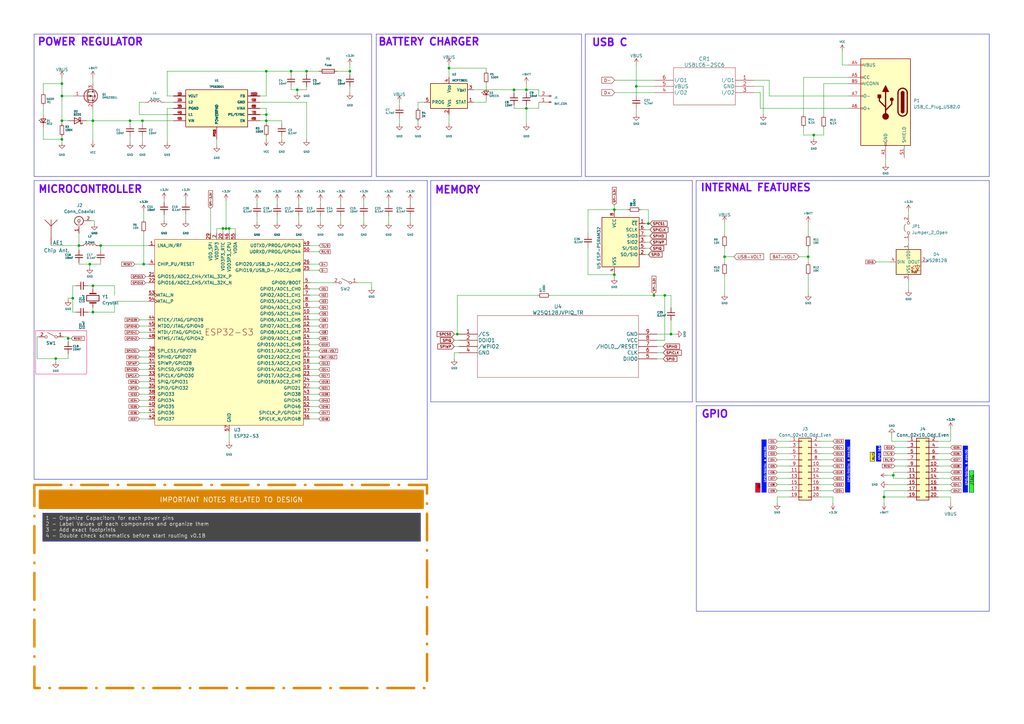
<source format=kicad_sch>
(kicad_sch (version 20230121) (generator eeschema)
  (paper "A3")
  (junction (at 38.1 49.53))
  (junction (at 333.756 55.372))
  (junction (at 121.92 36.83))
  (junction (at 331.47 105.283))
  (junction (at 58.928 108.331))
  (junction (at 109.22 49.53))
  (junction (at 53.34 49.53))
  (junction (at 27.94 138.811))
  (junction (at 25.4 34.29))
  (junction (at 22.86 147.066))
  (junction (at 215.9 44.45))
  (junction (at 143.51 29.21))
  (junction (at 251.968 112.649))
  (junction (at 119.38 29.21))
  (junction (at 251.968 85.979))
  (junction (at 25.4 49.53))
  (junction (at 36.83 108.331))
  (junction (at 25.4 39.37))
  (junction (at 366.395 194.945))
  (junction (at 125.73 29.21))
  (junction (at 272.669 121.158))
  (junction (at 109.22 29.21))
  (junction (at 210.82 36.83))
  (junction (at 362.585 203.835))
  (junction (at 93.98 93.726))
  (junction (at 38.1 117.221))
  (junction (at 29.845 122.301))
  (junction (at 184.15 27.94))
  (junction (at 92.71 93.726))
  (junction (at 265.938 91.694))
  (junction (at 25.4 57.15))
  (junction (at 91.44 93.726))
  (junction (at 297.18 105.283))
  (junction (at 41.275 100.711))
  (junction (at 38.1 128.016))
  (junction (at 260.985 35.433))
  (junction (at 187.579 137.033))
  (junction (at 268.224 121.158))
  (junction (at 109.22 46.99))
  (junction (at 275.209 137.033))
  (junction (at 215.9 36.83))
  (junction (at 32.385 100.711))
  (junction (at 58.42 49.53))
  (wire (pts (xy 252.095 37.973) (xy 268.605 37.973)))
  (wire (pts (xy 93.98 93.726) (xy 92.71 93.726)))
  (wire (pts (xy 251.968 85.979) (xy 251.968 86.614)))
  (wire (pts (xy 109.22 44.45) (xy 109.22 46.99)))
  (wire (pts (xy 17.78 57.15) (xy 25.4 57.15)))
  (wire (pts (xy 215.9 36.83) (xy 220.98 36.83)))
  (wire (pts (xy 337.82 34.29) (xy 347.98 34.29)))
  (wire (pts (xy 318.77 180.975) (xy 323.85 180.975)))
  (wire (pts (xy 260.985 26.543) (xy 260.985 35.433)))
  (wire (pts (xy 57.15 133.731) (xy 60.96 133.731)))
  (wire (pts (xy 127 159.131) (xy 130.81 159.131)))
  (wire (pts (xy 57.15 148.971) (xy 60.96 148.971)))
  (wire (pts (xy 17.78 52.07) (xy 17.78 57.15)))
  (wire (pts (xy 67.31 88.011) (xy 67.31 90.551)))
  (wire (pts (xy 67.31 81.661) (xy 67.31 82.931)))
  (wire (pts (xy 365.76 178.435) (xy 365.76 180.975)))
  (wire (pts (xy 127 148.971) (xy 130.81 148.971)))
  (wire (pts (xy 186.309 139.573) (xy 188.214 139.573)))
  (wire (pts (xy 127 118.491) (xy 130.81 118.491)))
  (wire (pts (xy 336.55 180.975) (xy 341.63 180.975)))
  (wire (pts (xy 109.22 55.88) (xy 109.22 57.15)))
  (wire (pts (xy 20.955 100.711) (xy 32.385 100.711)))
  (wire (pts (xy 17.78 43.18) (xy 17.78 46.99)))
  (wire (pts (xy 210.82 44.45) (xy 215.9 44.45)))
  (wire (pts (xy 58.42 55.88) (xy 58.42 58.42)))
  (wire (pts (xy 260.985 35.433) (xy 260.985 39.243)))
  (wire (pts (xy 125.73 35.56) (xy 125.73 36.83)))
  (wire (pts (xy 372.618 115.062) (xy 372.618 118.872)))
  (wire (pts (xy 92.71 82.296) (xy 92.71 93.726)))
  (wire (pts (xy 29.845 128.016) (xy 31.115 128.016)))
  (wire (pts (xy 268.224 120.523) (xy 268.224 121.158)))
  (wire (pts (xy 275.209 137.033) (xy 277.114 137.033)))
  (wire (pts (xy 15.24 147.066) (xy 22.86 147.066)))
  (wire (pts (xy 127 133.731) (xy 130.81 133.731)))
  (wire (pts (xy 309.245 35.433) (xy 313.055 35.433)))
  (wire (pts (xy 159.385 88.646) (xy 159.385 91.186)))
  (wire (pts (xy 32.385 108.331) (xy 36.83 108.331)))
  (wire (pts (xy 184.15 27.94) (xy 199.39 27.94)))
  (wire (pts (xy 58.42 49.53) (xy 71.12 49.53)))
  (wire (pts (xy 241.173 96.139) (xy 241.173 85.979)))
  (wire (pts (xy 125.73 57.15) (xy 125.73 41.91)))
  (wire (pts (xy 91.44 93.726) (xy 88.9 93.726)))
  (wire (pts (xy 372.618 98.552) (xy 372.618 99.822)))
  (wire (pts (xy 362.585 201.295) (xy 372.11 201.295)))
  (wire (pts (xy 106.68 46.99) (xy 109.22 46.99)))
  (wire (pts (xy 115.57 55.88) (xy 115.57 57.15)))
  (wire (pts (xy 210.82 36.83) (xy 215.9 36.83)))
  (wire (pts (xy 139.7 88.646) (xy 139.7 91.186)))
  (wire (pts (xy 186.309 142.113) (xy 188.214 142.113)))
  (wire (pts (xy 33.02 100.711) (xy 32.385 100.711)))
  (wire (pts (xy 41.275 100.711) (xy 41.275 102.616)))
  (wire (pts (xy 127 164.211) (xy 130.81 164.211)))
  (wire (pts (xy 363.855 194.945) (xy 366.395 194.945)))
  (wire (pts (xy 297.18 91.313) (xy 297.18 96.393)))
  (wire (pts (xy 272.669 121.158) (xy 272.669 139.573)))
  (wire (pts (xy 109.22 49.53) (xy 109.22 50.8)))
  (wire (pts (xy 199.39 40.64) (xy 199.39 41.91)))
  (wire (pts (xy 29.845 122.301) (xy 27.94 122.301)))
  (wire (pts (xy 17.78 38.1) (xy 17.78 34.29)))
  (wire (pts (xy 127 103.251) (xy 130.81 103.251)))
  (wire (pts (xy 131.445 82.296) (xy 131.445 83.566)))
  (wire (pts (xy 336.55 191.135) (xy 341.63 191.135)))
  (wire (pts (xy 113.665 88.646) (xy 113.665 91.186)))
  (wire (pts (xy 57.15 146.431) (xy 60.96 146.431)))
  (wire (pts (xy 37.465 90.551) (xy 38.735 90.551)))
  (wire (pts (xy 220.98 41.91) (xy 220.98 44.45)))
  (wire (pts (xy 168.275 88.646) (xy 168.275 91.186)))
  (wire (pts (xy 26.035 138.176) (xy 27.94 138.176)))
  (wire (pts (xy 125.73 29.21) (xy 125.73 30.48)))
  (wire (pts (xy 329.565 55.372) (xy 333.756 55.372)))
  (wire (pts (xy 115.57 50.8) (xy 115.57 49.53)))
  (wire (pts (xy 127 136.271) (xy 130.81 136.271)))
  (wire (pts (xy 186.309 137.033) (xy 187.579 137.033)))
  (wire (pts (xy 329.565 31.75) (xy 329.565 47.117)))
  (wire (pts (xy 36.195 117.221) (xy 38.1 117.221)))
  (wire (pts (xy 275.209 121.158) (xy 275.209 126.238)))
  (wire (pts (xy 186.309 144.653) (xy 186.309 147.193)))
  (wire (pts (xy 311.785 44.45) (xy 347.98 44.45)))
  (wire (pts (xy 58.42 49.53) (xy 58.42 50.8)))
  (wire (pts (xy 366.395 196.215) (xy 366.395 194.945)))
  (wire (pts (xy 389.89 175.895) (xy 389.89 180.975)))
  (wire (pts (xy 149.225 88.646) (xy 149.225 91.186)))
  (wire (pts (xy 127 108.331) (xy 130.81 108.331)))
  (wire (pts (xy 67.31 41.91) (xy 71.12 41.91)))
  (wire (pts (xy 127 146.431) (xy 130.81 146.431)))
  (wire (pts (xy 297.18 105.283) (xy 297.18 107.823)))
  (wire (pts (xy 318.77 201.295) (xy 323.85 201.295)))
  (wire (pts (xy 57.15 136.271) (xy 60.96 136.271)))
  (wire (pts (xy 367.03 188.595) (xy 372.11 188.595)))
  (wire (pts (xy 27.94 147.066) (xy 27.94 145.161)))
  (wire (pts (xy 264.668 91.694) (xy 265.938 91.694)))
  (wire (pts (xy 347.98 26.67) (xy 345.44 26.67)))
  (wire (pts (xy 106.68 44.45) (xy 109.22 44.45)))
  (wire (pts (xy 318.77 203.835) (xy 318.77 206.375)))
  (wire (pts (xy 187.579 137.033) (xy 188.214 137.033)))
  (wire (pts (xy 138.43 29.21) (xy 143.51 29.21)))
  (wire (pts (xy 275.209 131.318) (xy 275.209 137.033)))
  (wire (pts (xy 366.395 193.675) (xy 372.11 193.675)))
  (wire (pts (xy 363.22 64.77) (xy 363.22 67.31)))
  (wire (pts (xy 384.81 196.215) (xy 389.89 196.215)))
  (wire (pts (xy 57.15 166.751) (xy 60.96 166.751)))
  (wire (pts (xy 55.245 108.331) (xy 58.928 108.331)))
  (wire (pts (xy 336.55 196.215) (xy 341.63 196.215)))
  (wire (pts (xy 27.94 138.811) (xy 27.94 138.176)))
  (wire (pts (xy 345.44 20.955) (xy 345.44 26.67)))
  (wire (pts (xy 27.94 122.301) (xy 27.94 122.936)))
  (wire (pts (xy 105.41 82.296) (xy 105.41 83.566)))
  (wire (pts (xy 184.15 26.67) (xy 184.15 27.94)))
  (wire (pts (xy 318.77 183.515) (xy 323.85 183.515)))
  (wire (pts (xy 36.83 108.331) (xy 36.83 109.601)))
  (wire (pts (xy 366.395 196.215) (xy 372.11 196.215)))
  (wire (pts (xy 315.468 39.37) (xy 347.98 39.37)))
  (wire (pts (xy 57.15 171.831) (xy 60.96 171.831)))
  (wire (pts (xy 152.4 115.951) (xy 152.4 117.856)))
  (wire (pts (xy 58.928 86.614) (xy 58.928 90.297)))
  (wire (pts (xy 121.92 36.83) (xy 121.92 38.1)))
  (wire (pts (xy 38.1 49.53) (xy 53.34 49.53)))
  (wire (pts (xy 331.47 105.283) (xy 327.66 105.283)))
  (wire (pts (xy 384.81 191.135) (xy 389.89 191.135)))
  (wire (pts (xy 15.875 138.176) (xy 15.24 138.176)))
  (wire (pts (xy 251.968 85.979) (xy 257.683 85.979)))
  (wire (pts (xy 264.668 94.234) (xy 266.573 94.234)))
  (wire (pts (xy 184.15 27.94) (xy 184.15 31.75)))
  (wire (pts (xy 57.15 151.511) (xy 60.96 151.511)))
  (wire (pts (xy 22.86 147.066) (xy 27.94 147.066)))
  (wire (pts (xy 297.18 105.283) (xy 300.99 105.283)))
  (wire (pts (xy 163.83 48.26) (xy 163.83 50.8)))
  (wire (pts (xy 38.1 117.221) (xy 46.99 117.221)))
  (wire (pts (xy 127 143.891) (xy 130.81 143.891)))
  (wire (pts (xy 109.22 29.21) (xy 119.38 29.21)))
  (wire (pts (xy 365.76 180.975) (xy 372.11 180.975)))
  (wire (pts (xy 366.395 194.945) (xy 366.395 193.675)))
  (wire (pts (xy 173.99 41.91) (xy 171.45 41.91)))
  (wire (pts (xy 318.77 188.595) (xy 323.85 188.595)))
  (wire (pts (xy 265.938 91.694) (xy 265.938 85.979)))
  (wire (pts (xy 199.39 34.29) (xy 199.39 35.56)))
  (wire (pts (xy 38.1 49.53) (xy 38.1 57.785)))
  (wire (pts (xy 220.98 39.37) (xy 220.98 36.83)))
  (wire (pts (xy 38.1 128.016) (xy 38.1 126.111)))
  (wire (pts (xy 53.34 49.53) (xy 58.42 49.53)))
  (wire (pts (xy 215.9 44.45) (xy 215.9 50.8)))
  (wire (pts (xy 96.52 95.631) (xy 96.52 93.726)))
  (wire (pts (xy 159.385 82.296) (xy 159.385 83.566)))
  (wire (pts (xy 384.81 183.515) (xy 389.89 183.515)))
  (wire (pts (xy 297.18 112.903) (xy 297.18 120.523)))
  (wire (pts (xy 127 121.031) (xy 130.81 121.031)))
  (wire (pts (xy 106.68 41.91) (xy 125.73 41.91)))
  (wire (pts (xy 363.855 198.755) (xy 372.11 198.755)))
  (wire (pts (xy 269.494 139.573) (xy 272.669 139.573)))
  (wire (pts (xy 143.51 29.21) (xy 143.51 30.48)))
  (wire (pts (xy 127 166.751) (xy 130.81 166.751)))
  (wire (pts (xy 318.77 198.755) (xy 323.85 198.755)))
  (wire (pts (xy 59.69 113.411) (xy 60.96 113.411)))
  (wire (pts (xy 313.055 35.433) (xy 313.055 46.863)))
  (wire (pts (xy 252.095 32.893) (xy 268.605 32.893)))
  (wire (pts (xy 46.99 123.571) (xy 60.96 123.571)))
  (wire (pts (xy 331.47 105.283) (xy 331.47 107.823)))
  (wire (pts (xy 57.15 46.99) (xy 71.12 46.99)))
  (wire (pts (xy 57.15 154.051) (xy 60.96 154.051)))
  (wire (pts (xy 297.18 101.473) (xy 297.18 105.283)))
  (wire (pts (xy 336.55 203.835) (xy 341.63 203.835)))
  (wire (pts (xy 318.77 203.835) (xy 323.85 203.835)))
  (wire (pts (xy 336.55 186.055) (xy 341.63 186.055)))
  (wire (pts (xy 210.82 36.83) (xy 210.82 38.1)))
  (wire (pts (xy 199.39 27.94) (xy 199.39 29.21)))
  (wire (pts (xy 25.4 31.75) (xy 25.4 34.29)))
  (wire (pts (xy 329.565 52.197) (xy 329.565 55.372)))
  (wire (pts (xy 127 131.191) (xy 130.81 131.191)))
  (wire (pts (xy 127 161.671) (xy 130.81 161.671)))
  (wire (pts (xy 131.445 88.646) (xy 131.445 91.186)))
  (wire (pts (xy 57.15 164.211) (xy 60.96 164.211)))
  (wire (pts (xy 57.15 131.191) (xy 60.96 131.191)))
  (wire (pts (xy 91.44 93.726) (xy 91.44 95.631)))
  (wire (pts (xy 15.24 138.176) (xy 15.24 147.066)))
  (wire (pts (xy 127 151.511) (xy 130.81 151.511)))
  (wire (pts (xy 143.51 26.67) (xy 143.51 29.21)))
  (wire (pts (xy 119.38 29.21) (xy 119.38 30.48)))
  (wire (pts (xy 53.34 55.88) (xy 53.34 58.42)))
  (wire (pts (xy 92.71 93.726) (xy 91.44 93.726)))
  (wire (pts (xy 127 138.811) (xy 130.81 138.811)))
  (wire (pts (xy 71.12 39.37) (xy 68.58 39.37)))
  (wire (pts (xy 362.585 203.835) (xy 372.11 203.835)))
  (wire (pts (xy 38.1 44.45) (xy 38.1 49.53)))
  (wire (pts (xy 210.82 43.18) (xy 210.82 44.45)))
  (wire (pts (xy 57.15 46.99) (xy 57.15 41.91)))
  (wire (pts (xy 58.928 95.377) (xy 58.928 108.331)))
  (wire (pts (xy 199.39 41.91) (xy 194.31 41.91)))
  (wire (pts (xy 57.15 159.131) (xy 60.96 159.131)))
  (wire (pts (xy 109.22 49.53) (xy 115.57 49.53)))
  (wire (pts (xy 22.86 148.336) (xy 22.86 147.066)))
  (wire (pts (xy 269.494 137.033) (xy 275.209 137.033)))
  (wire (pts (xy 25.4 34.29) (xy 25.4 39.37)))
  (wire (pts (xy 88.9 57.15) (xy 88.9 59.69)))
  (wire (pts (xy 57.15 41.91) (xy 59.69 41.91)))
  (wire (pts (xy 331.47 112.903) (xy 331.47 120.523)))
  (wire (pts (xy 367.03 191.135) (xy 372.11 191.135)))
  (wire (pts (xy 241.173 85.979) (xy 251.968 85.979)))
  (wire (pts (xy 38.1 118.491) (xy 38.1 117.221)))
  (wire (pts (xy 122.555 88.646) (xy 122.555 91.186)))
  (wire (pts (xy 96.52 93.726) (xy 93.98 93.726)))
  (wire (pts (xy 333.756 55.372) (xy 337.82 55.372)))
  (wire (pts (xy 384.81 198.755) (xy 389.89 198.755)))
  (wire (pts (xy 262.763 85.979) (xy 265.938 85.979)))
  (wire (pts (xy 46.99 117.221) (xy 46.99 121.031)))
  (wire (pts (xy 215.9 44.45) (xy 220.98 44.45)))
  (wire (pts (xy 68.58 44.45) (xy 71.12 44.45)))
  (wire (pts (xy 171.45 49.53) (xy 171.45 50.8)))
  (wire (pts (xy 127 154.051) (xy 130.81 154.051)))
  (wire (pts (xy 127 100.711) (xy 130.81 100.711)))
  (wire (pts (xy 269.494 144.653) (xy 272.034 144.653)))
  (wire (pts (xy 46.99 123.571) (xy 46.99 128.016)))
  (wire (pts (xy 265.938 91.694) (xy 266.573 91.694)))
  (wire (pts (xy 311.785 37.973) (xy 309.245 37.973)))
  (wire (pts (xy 106.68 39.37) (xy 109.22 39.37)))
  (wire (pts (xy 25.4 39.37) (xy 30.48 39.37)))
  (wire (pts (xy 57.15 143.891) (xy 60.96 143.891)))
  (wire (pts (xy 109.22 46.99) (xy 109.22 49.53)))
  (wire (pts (xy 25.4 55.88) (xy 25.4 57.15)))
  (wire (pts (xy 163.83 41.91) (xy 163.83 43.18)))
  (wire (pts (xy 88.9 93.726) (xy 88.9 95.631)))
  (wire (pts (xy 119.38 29.21) (xy 125.73 29.21)))
  (wire (pts (xy 32.385 107.696) (xy 32.385 108.331)))
  (wire (pts (xy 260.985 44.323) (xy 260.985 46.863)))
  (wire (pts (xy 127 110.871) (xy 130.81 110.871)))
  (wire (pts (xy 389.89 203.835) (xy 389.89 206.375)))
  (wire (pts (xy 25.4 49.53) (xy 25.4 50.8)))
  (wire (pts (xy 171.45 41.91) (xy 171.45 44.45)))
  (wire (pts (xy 241.173 101.219) (xy 241.173 112.649)))
  (wire (pts (xy 318.77 186.055) (xy 323.85 186.055)))
  (wire (pts (xy 384.81 193.675) (xy 389.89 193.675)))
  (wire (pts (xy 315.468 39.37) (xy 315.468 32.893)))
  (wire (pts (xy 125.73 29.21) (xy 130.81 29.21)))
  (wire (pts (xy 35.56 49.53) (xy 38.1 49.53)))
  (wire (pts (xy 127 171.831) (xy 130.81 171.831)))
  (wire (pts (xy 372.618 86.614) (xy 372.618 88.392)))
  (wire (pts (xy 362.585 201.295) (xy 362.585 203.835)))
  (wire (pts (xy 337.82 55.372) (xy 337.82 52.451)))
  (wire (pts (xy 29.845 117.221) (xy 29.845 122.301)))
  (wire (pts (xy 127 126.111) (xy 130.81 126.111)))
  (wire (pts (xy 143.51 35.56) (xy 143.51 38.1)))
  (wire (pts (xy 29.845 122.301) (xy 29.845 128.016)))
  (wire (pts (xy 40.64 100.711) (xy 41.275 100.711)))
  (wire (pts (xy 336.55 193.675) (xy 341.63 193.675)))
  (wire (pts (xy 362.585 203.835) (xy 362.585 206.375)))
  (wire (pts (xy 268.605 35.433) (xy 260.985 35.433)))
  (wire (pts (xy 333.756 55.372) (xy 333.756 56.896)))
  (wire (pts (xy 264.668 99.314) (xy 266.573 99.314)))
  (wire (pts (xy 121.92 36.83) (xy 125.73 36.83)))
  (wire (pts (xy 384.81 180.975) (xy 389.89 180.975)))
  (wire (pts (xy 109.22 29.21) (xy 68.58 29.21)))
  (wire (pts (xy 264.668 96.774) (xy 266.573 96.774)))
  (wire (pts (xy 57.15 138.811) (xy 60.96 138.811)))
  (wire (pts (xy 76.2 88.011) (xy 76.2 90.551)))
  (wire (pts (xy 68.58 44.45) (xy 68.58 58.42)))
  (wire (pts (xy 127 141.351) (xy 130.81 141.351)))
  (wire (pts (xy 93.98 176.911) (xy 93.98 181.356)))
  (wire (pts (xy 184.15 46.99) (xy 184.15 50.8)))
  (wire (pts (xy 194.31 36.83) (xy 210.82 36.83)))
  (wire (pts (xy 32.385 100.711) (xy 32.385 102.616)))
  (wire (pts (xy 127 123.571) (xy 130.81 123.571)))
  (wire (pts (xy 36.83 108.331) (xy 41.275 108.331)))
  (wire (pts (xy 268.224 121.158) (xy 272.669 121.158)))
  (wire (pts (xy 318.77 191.135) (xy 323.85 191.135)))
  (wire (pts (xy 109.22 39.37) (xy 109.22 29.21)))
  (wire (pts (xy 186.309 144.653) (xy 188.214 144.653)))
  (wire (pts (xy 127 128.651) (xy 130.81 128.651)))
  (wire (pts (xy 76.2 81.661) (xy 76.2 82.931)))
  (wire (pts (xy 38.1 31.75) (xy 38.1 34.29)))
  (wire (pts (xy 318.77 196.215) (xy 323.85 196.215)))
  (wire (pts (xy 57.15 156.591) (xy 60.96 156.591)))
  (wire (pts (xy 225.679 121.158) (xy 268.224 121.158)))
  (wire (pts (xy 272.669 121.158) (xy 275.209 121.158)))
  (wire (pts (xy 269.494 142.113) (xy 272.034 142.113)))
  (wire (pts (xy 384.81 186.055) (xy 389.89 186.055)))
  (wire (pts (xy 57.15 169.291) (xy 60.96 169.291)))
  (wire (pts (xy 331.47 91.313) (xy 331.47 96.393)))
  (wire (pts (xy 58.928 108.331) (xy 60.96 108.331)))
  (wire (pts (xy 27.94 138.811) (xy 27.94 140.081)))
  (wire (pts (xy 27.94 138.811) (xy 29.21 138.811)))
  (wire (pts (xy 318.77 193.675) (xy 323.85 193.675)))
  (wire (pts (xy 113.665 82.296) (xy 113.665 83.566)))
  (wire (pts (xy 53.34 49.53) (xy 53.34 50.8)))
  (wire (pts (xy 384.81 201.295) (xy 389.89 201.295)))
  (wire (pts (xy 149.225 82.296) (xy 149.225 83.566)))
  (wire (pts (xy 187.579 121.158) (xy 220.599 121.158)))
  (wire (pts (xy 336.55 201.295) (xy 341.63 201.295)))
  (wire (pts (xy 251.968 112.014) (xy 251.968 112.649)))
  (wire (pts (xy 215.9 43.18) (xy 215.9 44.45)))
  (wire (pts (xy 127 169.291) (xy 130.81 169.291)))
  (wire (pts (xy 329.565 31.75) (xy 347.98 31.75)))
  (wire (pts (xy 127 156.591) (xy 130.81 156.591)))
  (wire (pts (xy 187.579 137.033) (xy 187.579 121.158)))
  (wire (pts (xy 31.115 117.221) (xy 29.845 117.221)))
  (wire (pts (xy 331.47 101.473) (xy 331.47 105.283)))
  (wire (pts (xy 25.4 57.15) (xy 25.4 58.42)))
  (wire (pts (xy 367.03 186.055) (xy 372.11 186.055)))
  (wire (pts (xy 336.55 183.515) (xy 341.63 183.515)))
  (wire (pts (xy 38.735 90.551) (xy 38.735 91.821)))
  (wire (pts (xy 86.36 85.471) (xy 86.36 95.631)))
  (wire (pts (xy 311.785 44.45) (xy 311.785 37.973)))
  (wire (pts (xy 119.38 36.83) (xy 121.92 36.83)))
  (wire (pts (xy 336.55 188.595) (xy 341.63 188.595)))
  (wire (pts (xy 336.55 198.755) (xy 341.63 198.755)))
  (wire (pts (xy 139.7 82.296) (xy 139.7 83.566)))
  (wire (pts (xy 122.555 82.296) (xy 122.555 83.566)))
  (wire (pts (xy 93.98 93.726) (xy 93.98 95.631)))
  (wire (pts (xy 41.275 100.711) (xy 60.96 100.711)))
  (wire (pts (xy 168.275 82.296) (xy 168.275 83.566)))
  (wire (pts (xy 315.468 32.893) (xy 309.245 32.893)))
  (wire (pts (xy 384.81 188.595) (xy 389.89 188.595)))
  (wire (pts (xy 41.275 108.331) (xy 41.275 107.696)))
  (wire (pts (xy 127 115.951) (xy 136.525 115.951)))
  (wire (pts (xy 264.668 101.854) (xy 266.573 101.854)))
  (wire (pts (xy 215.9 34.29) (xy 215.9 36.83)))
  (wire (pts (xy 25.4 49.53) (xy 27.94 49.53)))
  (wire (pts (xy 17.78 34.29) (xy 25.4 34.29)))
  (wire (pts (xy 341.63 203.835) (xy 341.63 206.375)))
  (wire (pts (xy 106.68 49.53) (xy 109.22 49.53)))
  (wire (pts (xy 251.968 84.074) (xy 251.968 85.979)))
  (wire (pts (xy 146.685 115.951) (xy 152.4 115.951)))
  (wire (pts (xy 59.69 115.951) (xy 60.96 115.951)))
  (wire (pts (xy 384.81 203.835) (xy 389.89 203.835)))
  (wire (pts (xy 57.15 161.671) (xy 60.96 161.671)))
  (wire (pts (xy 105.41 88.646) (xy 105.41 91.186)))
  (wire (pts (xy 264.668 104.394) (xy 266.573 104.394)))
  (wire (pts (xy 337.82 34.29) (xy 337.82 47.371)))
  (wire (pts (xy 46.99 128.016) (xy 38.1 128.016)))
  (wire (pts (xy 251.968 112.649) (xy 251.968 113.919)))
  (wire (pts (xy 119.38 35.56) (xy 119.38 36.83)))
  (wire (pts (xy 359.283 107.442) (xy 364.998 107.442)))
  (wire (pts (xy 215.9 36.83) (xy 215.9 38.1)))
  (wire (pts (xy 25.4 39.37) (xy 25.4 49.53)))
  (wire (pts (xy 32.385 95.631) (xy 32.385 100.711)))
  (wire (pts (xy 36.195 128.016) (xy 38.1 128.016)))
  (wire (pts (xy 20.955 100.33) (xy 20.955 100.711)))
  (wire (pts (xy 241.173 112.649) (xy 251.968 112.649)))
  (wire (pts (xy 269.494 147.193) (xy 272.034 147.193)))
  (wire (pts (xy 367.03 183.515) (xy 372.11 183.515)))
  (wire (pts (xy 68.58 29.21) (xy 68.58 39.37)))
  (rectangle (start 397.51 193.04) (end 399.415 201.93) (fill (type color) (color 50 255 16 1)))
  (rectangle (start 285.623 166.37) (end 405.765 250.698))
  (rectangle (start 14.605 135.636) (end 35.56 153.416) (stroke (width 0) (color 255 0 109 1)))
  (rectangle (start 359.41 182.88) (end 361.315 189.23) (fill (type color) (color 0 19 255 1)))
  (rectangle (start 176.657 74.041) (end 283.972 164.846))
  (rectangle (start 13.97 74.041) (end 175.26 196.596))
  (rectangle (start 309.88 198.12) (end 311.785 201.93) (fill (type color) (color 255 0 11 1)))
  (rectangle (start 356.87 185.42) (end 358.775 189.23) (fill (type color) (color 255 248 0 1)))
  (rectangle (start 13.97 13.97) (end 152.4 72.39))
  (rectangle (start 285.496 74.041) (end 405.765 164.846))
  (rectangle (start 312.42 180.34) (end 314.325 201.93) (fill (type color) (color 0 19 255 1)))
  (rectangle (start 394.97 182.88) (end 396.875 201.93) (fill (type color) (color 0 19 255 1)))
  (rectangle (start 346.71 180.34) (end 348.615 201.93) (fill (type color) (color 0 19 255 1)))
  (rectangle (start 154.305 13.97) (end 238.506 72.39))
  (rectangle (start 16.383 201.295) (end 173.355 208.28) (stroke (width 1) (color 221 133 0 1)) (fill (type color) (color 221 133 0 1)))
  (rectangle (start 14.097 198.882) (end 175.133 282.194) (stroke (width 1) (type dash_dot) (color 221 133 0 1)))
  (rectangle (start 35.56 148.336) (end 35.56 148.336))
  (rectangle (start 240.03 13.97) (end 405.765 72.39))
  (text_box "1 - Organize Capacitors for each power pins\n2 - Label Values of each components and organize them\n3 - Add exact footprints\n4 - Double check schematics before start routing v0.1B" (at 17.526 210.439 0) (size 154.94 11.557) (fill (type color) (color 72 72 72 1)) (effects (font (size 1.5 1.5)) (justify left top)))
  (text "RX/TX" (at 358.648 188.976 90) (effects (font (size 0.7 0.7)) (justify left bottom)))
  (text "GPIO/DIGITAL & ANALOG\n" (at 348.615 198.12 90) (effects (font (size 0.8 0.8)) (justify left bottom)))
  (text "GPIO" (at 287.528 171.704 0) (effects (font (size 3 3) bold) (justify left bottom)))
  (text "GPIO/DIGITAL & ANALOG\n" (at 314.325 198.12 90) (effects (font (size 0.8 0.8)) (justify left bottom)))
  (text "USB C" (at 242.57 19.304 0) (effects (font (size 3 3) bold) (justify left bottom)))
  (text "POWER REGULATOR" (at 15.24 19.05 0) (effects (font (size 3 3) bold) (justify left bottom)))
  (text "INTERNAL FEATURES" (at 287.147 78.867 0) (effects (font (size 3 3) bold) (justify left bottom)))
  (text "MEMORY\n" (at 178.181 79.756 0) (effects (font (size 3 3) bold) (justify left bottom)))
  (text "GPIO D&A\n" (at 361.188 188.976 90) (effects (font (size 0.8 0.8)) (justify left bottom)))
  (text "IMPORTANT NOTES RELATED TO DESIGN" (at 65.405 206.375 0) (effects (font (size 2 2) (thickness 0.254) bold) (justify left bottom)))
  (text "BATTERY CHARGER" (at 154.94 19.05 0) (effects (font (size 3 3) bold) (justify left bottom)))
  (text "GPIO/DIGITAL & ANALOG\n" (at 396.875 199.39 90) (effects (font (size 0.8 0.8)) (justify left bottom)))
  (text "JTAG" (at 399.415 199.39 90) (effects (font (size 1.27 1.27)) (justify left bottom)))
  (text "MICROCONTROLLER\n" (at 15.494 79.502 0) (effects (font (size 3 3) bold) (justify left bottom)))
  (text "I2C\n" (at 311.785 200.66 90) (effects (font (size 0.8 0.8)) (justify left bottom)))
  (global_label "IO15" (shape input) (at 341.63 186.055 0) (effects (font (size 0.8 0.8))) (property "Intersheetrefs" "${INTERSHEET_REFS}" (effects hide)))
  (global_label "IO6" (shape input) (at 318.77 193.675 180) (effects (font (size 0.8 0.8))) (property "Intersheetrefs" "${INTERSHEET_REFS}" (effects hide)))
  (global_label "SPICLK" (shape input) (at 266.573 94.234 0) (effects (font (size 1 1) bold)) (property "Intersheetrefs" "${INTERSHEET_REFS}" (effects hide)))
  (global_label "IO35" (shape input) (at 57.15 166.751 180) (effects (font (size 0.8 0.8))) (property "Intersheetrefs" "${INTERSHEET_REFS}" (effects hide)))
  (global_label "IO18" (shape input) (at 130.81 156.591 0) (effects (font (size 0.8 0.8))) (property "Intersheetrefs" "${INTERSHEET_REFS}" (effects hide)))
  (global_label "IO13" (shape input) (at 341.63 180.975 0) (effects (font (size 0.8 0.8))) (property "Intersheetrefs" "${INTERSHEET_REFS}" (effects hide)))
  (global_label "SPIQ" (shape input) (at 266.573 101.854 0) (effects (font (size 1 1) bold)) (property "Intersheetrefs" "${INTERSHEET_REFS}" (effects hide)))
  (global_label "TX{slash}0" (shape input) (at 130.81 100.711 0) (effects (font (size 0.8 0.8))) (property "Intersheetrefs" "${INTERSHEET_REFS}" (effects hide)))
  (global_label "SPICS0" (shape input) (at 57.15 151.511 180) (effects (font (size 0.8 0.8))) (property "Intersheetrefs" "${INTERSHEET_REFS}" (effects hide)))
  (global_label "IO16" (shape input) (at 341.63 188.595 0) (effects (font (size 0.8 0.8))) (property "Intersheetrefs" "${INTERSHEET_REFS}" (effects hide)))
  (global_label "IO14" (shape input) (at 341.63 183.515 0) (effects (font (size 0.8 0.8))) (property "Intersheetrefs" "${INTERSHEET_REFS}" (effects hide)))
  (global_label "SPID" (shape input) (at 57.15 159.131 180) (effects (font (size 0.8 0.8))) (property "Intersheetrefs" "${INTERSHEET_REFS}" (effects hide)))
  (global_label "IO7" (shape input) (at 318.77 196.215 180) (effects (font (size 0.8 0.8))) (property "Intersheetrefs" "${INTERSHEET_REFS}" (effects hide)))
  (global_label "SPIWP" (shape input) (at 57.15 148.971 180) (effects (font (size 0.8 0.8))) (property "Intersheetrefs" "${INTERSHEET_REFS}" (effects hide)))
  (global_label "USB-VOLT" (shape input) (at 130.81 143.891 0) (effects (font (size 0.8 0.8))) (property "Intersheetrefs" "${INTERSHEET_REFS}" (effects hide)))
  (global_label "SPI-3.3V" (shape input) (at 251.968 84.074 90) (effects (font (size 0.8 0.8) bold)) (property "Intersheetrefs" "${INTERSHEET_REFS}" (effects hide)))
  (global_label "IO6" (shape input) (at 130.81 131.191 0) (effects (font (size 0.8 0.8))) (property "Intersheetrefs" "${INTERSHEET_REFS}" (effects hide)))
  (global_label "IO38" (shape input) (at 130.81 161.671 0) (effects (font (size 0.8 0.8))) (property "Intersheetrefs" "${INTERSHEET_REFS}" (effects hide)))
  (global_label "IO2" (shape input) (at 130.81 121.031 0) (effects (font (size 0.8 0.8))) (property "Intersheetrefs" "${INTERSHEET_REFS}" (effects hide)))
  (global_label "SPID" (shape input) (at 265.938 104.394 0) (effects (font (size 1 1) bold)) (property "Intersheetrefs" "${INTERSHEET_REFS}" (effects hide)))
  (global_label "D+" (shape input) (at 130.81 108.331 0) (effects (font (size 0.8 0.8))) (property "Intersheetrefs" "${INTERSHEET_REFS}" (effects hide)))
  (global_label "SPIHD" (shape input) (at 272.034 142.113 0) (effects (font (size 1 1) bold)) (property "Intersheetrefs" "${INTERSHEET_REFS}" (effects hide)))
  (global_label "IO17" (shape input) (at 341.63 191.135 0) (effects (font (size 0.8 0.8))) (property "Intersheetrefs" "${INTERSHEET_REFS}" (effects hide)))
  (global_label "IO34" (shape input) (at 57.15 164.211 180) (effects (font (size 0.8 0.8))) (property "Intersheetrefs" "${INTERSHEET_REFS}" (effects hide)))
  (global_label "IO3" (shape input) (at 318.77 186.055 180) (effects (font (size 0.8 0.8))) (property "Intersheetrefs" "${INTERSHEET_REFS}" (effects hide)))
  (global_label "IO42" (shape input) (at 389.89 201.295 0) (effects (font (size 0.8 0.8))) (property "Intersheetrefs" "${INTERSHEET_REFS}" (effects hide)))
  (global_label "IO21" (shape input) (at 341.63 196.215 0) (effects (font (size 0.8 0.8))) (property "Intersheetrefs" "${INTERSHEET_REFS}" (effects hide)))
  (global_label "IO13" (shape input) (at 130.81 148.971 0) (effects (font (size 0.8 0.8))) (property "Intersheetrefs" "${INTERSHEET_REFS}" (effects hide)))
  (global_label "D-" (shape input) (at 252.095 32.893 180) (property "Intersheetrefs" "${INTERSHEET_REFS}" (effects hide)))
  (global_label "RX{slash}0" (shape input) (at 130.81 103.251 0) (effects (font (size 0.8 0.8))) (property "Intersheetrefs" "${INTERSHEET_REFS}" (effects hide)))
  (global_label "IO1" (shape input) (at 130.81 118.491 0) (effects (font (size 0.8 0.8))) (property "Intersheetrefs" "${INTERSHEET_REFS}" (effects hide)))
  (global_label "IO3" (shape input) (at 130.81 123.571 0) (effects (font (size 0.8 0.8))) (property "Intersheetrefs" "${INTERSHEET_REFS}" (effects hide)))
  (global_label "SPICS1" (shape input) (at 57.15 143.891 180) (effects (font (size 0.8 0.8))) (property "Intersheetrefs" "${INTERSHEET_REFS}" (effects hide)))
  (global_label "IO5" (shape input) (at 130.81 128.651 0) (effects (font (size 0.8 0.8))) (property "Intersheetrefs" "${INTERSHEET_REFS}" (effects hide)))
  (global_label "SPI-3.3V" (shape input) (at 268.224 120.523 90) (effects (font (size 0.8 0.8) bold)) (property "Intersheetrefs" "${INTERSHEET_REFS}" (effects hide)))
  (global_label "IO21" (shape input) (at 130.81 159.131 0) (effects (font (size 0.8 0.8))) (property "Intersheetrefs" "${INTERSHEET_REFS}" (effects hide)))
  (global_label "SPI-3.3V" (shape input) (at 86.36 85.471 90) (effects (font (size 0.8 0.8) bold)) (property "Intersheetrefs" "${INTERSHEET_REFS}" (effects hide)))
  (global_label "IO9" (shape input) (at 318.77 201.295 180) (effects (font (size 0.8 0.8))) (property "Intersheetrefs" "${INTERSHEET_REFS}" (effects hide)))
  (global_label "IO41" (shape input) (at 389.89 198.755 0) (effects (font (size 0.8 0.8))) (property "Intersheetrefs" "${INTERSHEET_REFS}" (effects hide)))
  (global_label "GPIO16" (shape input) (at 59.69 115.951 180) (effects (font (size 0.8 0.8))) (property "Intersheetrefs" "${INTERSHEET_REFS}" (effects hide)))
  (global_label "IO4" (shape input) (at 318.77 188.595 180) (effects (font (size 0.8 0.8))) (property "Intersheetrefs" "${INTERSHEET_REFS}" (effects hide)))
  (global_label "IO36" (shape input) (at 389.89 186.055 0) (effects (font (size 0.8 0.8))) (property "Intersheetrefs" "${INTERSHEET_REFS}" (effects hide)))
  (global_label "IO2" (shape input) (at 318.77 183.515 180) (effects (font (size 0.8 0.8))) (property "Intersheetrefs" "${INTERSHEET_REFS}" (effects hide)))
  (global_label "SPIQ" (shape input) (at 186.309 139.573 180) (effects (font (size 1 1) bold)) (property "Intersheetrefs" "${INTERSHEET_REFS}" (effects hide)))
  (global_label "SPCS0" (shape input) (at 186.309 137.033 180) (effects (font (size 1 1) bold)) (property "Intersheetrefs" "${INTERSHEET_REFS}" (effects hide)))
  (global_label "IO8" (shape input) (at 130.81 136.271 0) (effects (font (size 0.8 0.8))) (property "Intersheetrefs" "${INTERSHEET_REFS}" (effects hide)))
  (global_label "RESET" (shape input) (at 55.245 108.331 180) (effects (font (size 0.8 0.8) (thickness 0.16) bold)) (property "Intersheetrefs" "${INTERSHEET_REFS}" (effects hide)))
  (global_label "IO33" (shape input) (at 341.63 198.755 0) (effects (font (size 0.8 0.8))) (property "Intersheetrefs" "${INTERSHEET_REFS}" (effects hide)))
  (global_label "RESET" (shape input) (at 29.21 138.811 0) (effects (font (size 0.8 0.8) (thickness 0.16) bold)) (property "Intersheetrefs" "${INTERSHEET_REFS}" (effects hide)))
  (global_label "IO1" (shape input) (at 318.77 180.975 180) (effects (font (size 0.8 0.8))) (property "Intersheetrefs" "${INTERSHEET_REFS}" (effects hide)))
  (global_label "SPIHD" (shape input) (at 266.573 96.774 0) (effects (font (size 1 1) bold)) (property "Intersheetrefs" "${INTERSHEET_REFS}" (effects hide)))
  (global_label "GPIO41" (shape input) (at 57.15 136.271 180) (effects (font (size 0.8 0.8))) (property "Intersheetrefs" "${INTERSHEET_REFS}" (effects hide)))
  (global_label "IO37" (shape input) (at 389.89 188.595 0) (effects (font (size 0.8 0.8))) (property "Intersheetrefs" "${INTERSHEET_REFS}" (effects hide)))
  (global_label "IO47" (shape input) (at 130.81 169.291 0) (effects (font (size 0.8 0.8))) (property "Intersheetrefs" "${INTERSHEET_REFS}" (effects hide)))
  (global_label "IO33" (shape input) (at 57.15 161.671 180) (effects (font (size 0.8 0.8))) (property "Intersheetrefs" "${INTERSHEET_REFS}" (effects hide)))
  (global_label "SPIHD" (shape input) (at 57.15 146.431 180) (effects (font (size 0.8 0.8))) (property "Intersheetrefs" "${INTERSHEET_REFS}" (effects hide)))
  (global_label "IO5" (shape input) (at 318.77 191.135 180) (effects (font (size 0.8 0.8))) (property "Intersheetrefs" "${INTERSHEET_REFS}" (effects hide)))
  (global_label "GPIO15" (shape input) (at 59.69 113.411 180) (effects (font (size 0.8 0.8))) (property "Intersheetrefs" "${INTERSHEET_REFS}" (effects hide)))
  (global_label "IO8" (shape input) (at 318.77 198.755 180) (effects (font (size 0.8 0.8))) (property "Intersheetrefs" "${INTERSHEET_REFS}" (effects hide)))
  (global_label "IO4" (shape input) (at 130.81 126.111 0) (effects (font (size 0.8 0.8))) (property "Intersheetrefs" "${INTERSHEET_REFS}" (effects hide)))
  (global_label "GPIO42" (shape input) (at 57.15 138.811 180) (effects (font (size 0.8 0.8))) (property "Intersheetrefs" "${INTERSHEET_REFS}" (effects hide)))
  (global_label "IO38" (shape input) (at 389.89 191.135 0) (effects (font (size 0.8 0.8))) (property "Intersheetrefs" "${INTERSHEET_REFS}" (effects hide)))
  (global_label "TX{slash}0" (shape input) (at 367.03 186.055 180) (effects (font (size 0.8 0.8))) (property "Intersheetrefs" "${INTERSHEET_REFS}" (effects hide)))
  (global_label "IO46" (shape input) (at 130.81 166.751 0) (effects (font (size 0.8 0.8))) (property "Intersheetrefs" "${INTERSHEET_REFS}" (effects hide)))
  (global_label "SPCS1" (shape input) (at 266.573 91.694 0) (effects (font (size 1 1) bold)) (property "Intersheetrefs" "${INTERSHEET_REFS}" (effects hide)))
  (global_label "IO34" (shape input) (at 341.63 201.295 0) (effects (font (size 0.8 0.8))) (property "Intersheetrefs" "${INTERSHEET_REFS}" (effects hide)))
  (global_label "IO10" (shape input) (at 367.03 183.515 180) (effects (font (size 0.8 0.8))) (property "Intersheetrefs" "${INTERSHEET_REFS}" (effects hide)))
  (global_label "IO18" (shape input) (at 341.63 193.675 0) (effects (font (size 0.8 0.8))) (property "Intersheetrefs" "${INTERSHEET_REFS}" (effects hide)))
  (global_label "IO14" (shape input) (at 130.81 151.511 0) (effects (font (size 0.8 0.8))) (property "Intersheetrefs" "${INTERSHEET_REFS}" (effects hide)))
  (global_label "IO7" (shape input) (at 130.81 133.731 0) (effects (font (size 0.8 0.8))) (property "Intersheetrefs" "${INTERSHEET_REFS}" (effects hide)))
  (global_label "SPID" (shape input) (at 272.034 147.193 0) (effects (font (size 1 1) bold)) (property "Intersheetrefs" "${INTERSHEET_REFS}" (effects hide)))
  (global_label "RX{slash}0" (shape input) (at 367.03 188.595 180) (effects (font (size 0.8 0.8))) (property "Intersheetrefs" "${INTERSHEET_REFS}" (effects hide)))
  (global_label "D-" (shape input) (at 130.81 110.871 0) (effects (font (size 0.8 0.8))) (property "Intersheetrefs" "${INTERSHEET_REFS}" (effects hide)))
  (global_label "SPIWP" (shape input) (at 186.309 142.113 180) (effects (font (size 1 1) bold)) (property "Intersheetrefs" "${INTERSHEET_REFS}" (effects hide)))
  (global_label "GPIO39" (shape input) (at 57.15 131.191 180) (effects (font (size 0.8 0.8))) (property "Intersheetrefs" "${INTERSHEET_REFS}" (effects hide)))
  (global_label "IO35" (shape input) (at 389.89 183.515 0) (effects (font (size 0.8 0.8))) (property "Intersheetrefs" "${INTERSHEET_REFS}" (effects hide)))
  (global_label "SPICLK" (shape input) (at 272.034 144.653 0) (effects (font (size 1 1) bold)) (property "Intersheetrefs" "${INTERSHEET_REFS}" (effects hide)))
  (global_label "IO45" (shape input) (at 130.81 164.211 0) (effects (font (size 0.8 0.8))) (property "Intersheetrefs" "${INTERSHEET_REFS}" (effects hide)))
  (global_label "IO36" (shape input) (at 57.15 169.291 180) (effects (font (size 0.8 0.8))) (property "Intersheetrefs" "${INTERSHEET_REFS}" (effects hide)))
  (global_label "IO9" (shape input) (at 130.7298 138.811 0) (effects (font (size 0.8 0.8))) (property "Intersheetrefs" "${INTERSHEET_REFS}" (effects hide)))
  (global_label "IO37" (shape input) (at 57.15 171.831 180) (effects (font (size 0.8 0.8))) (property "Intersheetrefs" "${INTERSHEET_REFS}" (effects hide)))
  (global_label "SPCLK" (shape input) (at 57.15 154.051 180) (effects (font (size 0.8 0.8))) (property "Intersheetrefs" "${INTERSHEET_REFS}" (effects hide)))
  (global_label "IO45" (shape input) (at 359.283 107.442 180) (effects (font (size 0.8 0.8))) (property "Intersheetrefs" "${INTERSHEET_REFS}" (effects hide)))
  (global_label "BAT-VOLT" (shape input) (at 130.7723 146.431 0) (effects (font (size 0.8 0.8))) (property "Intersheetrefs" "${INTERSHEET_REFS}" (effects hide)))
  (global_label "IO10" (shape input) (at 130.7298 141.351 0) (effects (font (size 0.8 0.8))) (property "Intersheetrefs" "${INTERSHEET_REFS}" (effects hide)))
  (global_label "USB-VOLT" (shape input) (at 300.99 105.283 0) (property "Intersheetrefs" "${INTERSHEET_REFS}" (effects hide)))
  (global_label "RESET" (shape input) (at 367.03 191.135 180) (effects (font (size 0.8 0.8))) (property "Intersheetrefs" "${INTERSHEET_REFS}" (effects hide)))
  (global_label "SPIWP" (shape input) (at 266.573 99.314 0) (effects (font (size 1 1) bold)) (property "Intersheetrefs" "${INTERSHEET_REFS}" (effects hide)))
  (global_label "IO48" (shape input) (at 130.7723 171.831 0) (effects (font (size 0.8 0.8))) (property "Intersheetrefs" "${INTERSHEET_REFS}" (effects hide)))
  (global_label "D+" (shape input) (at 252.095 37.973 180) (property "Intersheetrefs" "${INTERSHEET_REFS}" (effects hide)))
  (global_label "SPIQ" (shape input) (at 57.15 156.591 180) (effects (font (size 0.8 0.8))) (property "Intersheetrefs" "${INTERSHEET_REFS}" (effects hide)))
  (global_label "GPIO40" (shape input) (at 57.15 133.731 180) (effects (font (size 0.8 0.8))) (property "Intersheetrefs" "${INTERSHEET_REFS}" (effects hide)))
  (global_label "IO39" (shape input) (at 389.89 193.675 0) (effects (font (size 0.8 0.8))) (property "Intersheetrefs" "${INTERSHEET_REFS}" (effects hide)))
  (global_label "IO40" (shape input) (at 389.89 196.215 0) (effects (font (size 0.8 0.8))) (property "Intersheetrefs" "${INTERSHEET_REFS}" (effects hide)))
  (global_label "BAT-VOLT" (shape input) (at 327.66 105.283 180) (property "Intersheetrefs" "${INTERSHEET_REFS}" (effects hide)))
  (global_label "IO17" (shape input) (at 130.7723 154.051 0) (effects (font (size 0.8 0.8))) (property "Intersheetrefs" "${INTERSHEET_REFS}" (effects hide)))
  (symbol (lib_id "power:GND") (at 22.86 148.336 0) (unit 1)
    (property "Reference" "#PWR038" (effects hide))
    (property "Value" "GND" (at 22.86 152.146 0) (effects (font (size 0.8 0.8))))
  )
  (symbol (lib_id "power:VCC") (at 363.855 194.945 90) (unit 1)
    (property "Reference" "#PWR065" (effects hide))
    (property "Value" "VCC" (effects hide))
  )
  (symbol (lib_id "power:GND") (at 372.618 118.872 0) (mirror y) (unit 1)
    (property "Reference" "#PWR070" (effects hide))
    (property "Value" "GND" (at 372.618 122.682 0) (effects (font (size 0.8 0.8))))
  )
  (symbol (lib_id "power:GND") (at 363.855 198.755 270) (unit 1)
    (property "Reference" "#PWR069" (effects hide))
    (property "Value" "GND" (at 360.045 198.755 90) (effects (font (size 0.8 0.8)) (justify right)))
  )
  (symbol (lib_id "power:+3.3V") (at 76.2 81.661 0) (unit 1)
    (property "Reference" "#PWR025" (effects hide))
    (property "Value" "+3.3V" (at 76.2 77.851 0) (effects (font (size 0.8 0.8))))
  )
  (symbol (lib_id "power:VBUS") (at 297.18 91.313 0) (unit 1)
    (property "Reference" "#PWR056" (effects hide))
    (property "Value" "VBUS" (at 297.18 88.138 0))
  )
  (symbol (lib_id "power:GND") (at 297.18 120.523 0) (unit 1)
    (property "Reference" "#PWR057" (effects hide))
    (property "Value" "GND" (at 297.18 124.333 0) (effects (font (size 0.8 0.8))))
  )
  (symbol (lib_id "Diode:B220") (at 31.75 49.53 180) (unit 1)
    (property "Reference" "D2" (at 31.115 45.72 0) (effects (font (size 0.8 0.8))))
    (property "Value" "B220" (at 31.75 46.99 0) (effects (font (size 0.8 0.8))))
    (property "Footprint" "Diode_SMD:D_SMB" (effects hide))
    (property "Datasheet" "http://www.jameco.com/Jameco/Products/ProdDS/1538777.pdf" (effects hide))
  )
  (symbol (lib_id "power:+3.3V") (at 58.928 86.614 0) (unit 1)
    (property "Reference" "#PWR037" (effects hide))
    (property "Value" "+3.3V" (at 58.928 82.804 0) (effects (font (size 0.8 0.8))))
  )
  (symbol (lib_id "power:GND") (at 163.83 50.8 0) (unit 1)
    (property "Reference" "#PWR016" (effects hide))
    (property "Value" "GND" (at 163.83 55.88 0) (effects (font (size 0.8 0.8))))
  )
  (symbol (lib_id "power:+3.3V") (at 372.618 86.614 0) (unit 1)
    (property "Reference" "#PWR071" (effects hide))
    (property "Value" "+3.3V" (at 372.618 82.804 0) (effects (font (size 0.8 0.8))))
  )
  (symbol (lib_id "power:VBUS") (at 184.15 26.67 0) (unit 1)
    (property "Reference" "#PWR03" (effects hide))
    (property "Value" "VBUS" (at 184.15 23.495 0))
  )
  (symbol (lib_id "power:GND") (at 68.58 58.42 0) (unit 1)
    (property "Reference" "#PWR01" (effects hide))
    (property "Value" "GND" (at 68.58 63.5 0) (effects (font (size 0.8 0.8))))
  )
  (symbol (lib_id "power:VBUS") (at 389.89 206.375 180) (unit 1)
    (property "Reference" "#PWR058" (effects hide))
    (property "Value" "VBUS" (at 389.89 210.82 0))
  )
  (symbol (lib_id "Device:C_Small") (at 159.385 86.106 0) (unit 1)
    (property "Reference" "C23" (at 153.67 85.471 0) (effects (font (size 0.8 0.8)) (justify left)))
    (property "Value" "0.1mF" (at 153.67 86.741 0) (effects (font (size 0.8 0.8)) (justify left)))
    (property "Footprint" "Capacitor_SMD:C_0402_1005Metric" (effects hide))
  )
  (symbol (lib_id "Device:R_Small") (at 337.82 49.911 0) (unit 1)
    (property "Reference" "R13" (at 340.36 49.276 0) (effects (font (size 0.8 0.8)) (justify left)))
    (property "Value" "5.1K" (at 340.36 50.546 0) (effects (font (size 0.8 0.8)) (justify left)))
    (property "Footprint" "Resistor_SMD:R_0402_1005Metric" (effects hide))
  )
  (symbol (lib_id "power:GND") (at 105.41 91.186 0) (unit 1)
    (property "Reference" "#PWR043" (effects hide))
    (property "Value" "GND" (at 105.41 96.266 0) (effects (font (size 0.8 0.8))))
  )
  (symbol (lib_id "Device:Fuse") (at 134.62 29.21 90) (unit 1)
    (property "Reference" "F1" (at 134.62 24.13 90) (effects (font (size 0.8 0.8))))
    (property "Value" "Fuse" (at 134.62 26.67 90) (effects (font (size 0.8 0.8))))
    (property "Footprint" "Fuse:Fuse_0805_2012Metric_Pad1.15x1.40mm_HandSolder" (effects hide))
  )
  (symbol (lib_id "power:GND") (at 149.225 91.186 0) (unit 1)
    (property "Reference" "#PWR034" (effects hide))
    (property "Value" "GND" (at 149.225 96.266 0) (effects (font (size 0.8 0.8))))
  )
  (symbol (lib_id "power:+3.3V") (at 341.63 206.375 180) (unit 1)
    (property "Reference" "#PWR064" (effects hide))
    (property "Value" "+3.3V" (at 341.63 210.185 0) (effects (font (size 0.8 0.8))))
  )
  (symbol (lib_id "power:+3.3V") (at 105.41 82.296 0) (unit 1)
    (property "Reference" "#PWR042" (effects hide))
    (property "Value" "+3.3V" (at 105.41 78.486 0) (effects (font (size 0.8 0.8))))
  )
  (symbol (lib_id "power:GND") (at 331.47 120.523 0) (mirror y) (unit 1)
    (property "Reference" "#PWR060" (effects hide))
    (property "Value" "GND" (at 331.47 124.333 0) (effects (font (size 0.8 0.8))))
  )
  (symbol (lib_id "power:GND") (at 139.7 91.186 0) (unit 1)
    (property "Reference" "#PWR032" (effects hide))
    (property "Value" "GND" (at 139.7 96.266 0) (effects (font (size 0.8 0.8))))
  )
  (symbol (lib_id "Device:R_Small") (at 199.39 31.75 180) (unit 1)
    (property "Reference" "R5" (at 202.565 30.48 0) (effects (font (size 0.8 0.8)) (justify left)))
    (property "Value" "500R" (at 204.47 31.75 0) (effects (font (size 0.8 0.8)) (justify left)))
    (property "Footprint" "Resistor_SMD:R_0402_1005Metric" (effects hide))
  )
  (symbol (lib_id "2023-03-15_14-57-46:W25Q128JVPIQ_TR") (at 188.214 137.033 0) (unit 1)
    (property "Reference" "U4" (at 228.854 125.73 0) (effects (font (size 1.524 1.524))))
    (property "Value" "W25Q128JVPIQ_TR" (at 228.854 128.27 0) (effects (font (size 1.524 1.524))))
    (property "Footprint" "Winbond:SON127P610X510X80-8N430X340" (effects hide))
  )
  (symbol (lib_id "Device:C_Small") (at 53.34 53.34 0) (unit 1)
    (property "Reference" "C1" (at 47.625 53.34 0) (effects (font (size 0.8 0.8)) (justify left)))
    (property "Value" "10mf" (at 47.625 54.61 0) (effects (font (size 0.8 0.8)) (justify left)))
    (property "Footprint" "Capacitor_SMD:C_0805_2012Metric" (effects hide))
  )
  (symbol (lib_id "power:GND") (at 38.735 91.821 0) (unit 1)
    (property "Reference" "#PWR036" (effects hide))
    (property "Value" "GND" (at 38.735 95.631 0) (effects (font (size 0.8 0.8))))
  )
  (symbol (lib_id "Device:C_Small") (at 143.51 33.02 0) (unit 1)
    (property "Reference" "C6" (at 138.43 33.02 0) (effects (font (size 0.8 0.8)) (justify left)))
    (property "Value" "10mf" (at 138.43 34.29 0) (effects (font (size 0.8 0.8)) (justify left)))
    (property "Footprint" "Capacitor_SMD:C_0805_2012Metric" (effects hide))
  )
  (symbol (lib_id "Connector:Conn_01x02_Pin") (at 226.06 41.91 180) (unit 1)
    (property "Reference" "J1" (at 227.33 40.005 0) (effects (font (size 0.8 0.8)) (justify right)))
    (property "Value" "BAT_CON" (at 227.33 42.545 0) (effects (font (size 0.8 0.8)) (justify right)))
    (property "Footprint" "Connector_JST:JST_SHL_SM02B-SHLS-TF_1x02-1MP_P1.00mm_Horizontal" (effects hide))
  )
  (symbol (lib_id "Device:R_Small") (at 331.47 98.933 0) (mirror y) (unit 1)
    (property "Reference" "R11" (at 335.915 98.298 0) (effects (font (size 0.8 0.8)) (justify left)))
    (property "Value" "10K" (at 335.915 99.568 0) (effects (font (size 0.8 0.8)) (justify left)))
    (property "Footprint" "Resistor_SMD:R_0402_1005Metric" (effects hide))
  )
  (symbol (lib_id "power:+3.3V") (at 168.275 82.296 0) (unit 1)
    (property "Reference" "#PWR047" (effects hide))
    (property "Value" "+3.3V" (at 168.275 78.486 0) (effects (font (size 0.8 0.8))))
  )
  (symbol (lib_id "Connector:USB_C_Plug_USB2.0") (at 363.22 41.91 0) (mirror y) (unit 1)
    (property "Reference" "P1" (at 374.65 41.275 0) (effects (justify right)))
    (property "Value" "USB_C_Plug_USB2.0" (at 374.65 43.815 0) (effects (justify right)))
    (property "Footprint" "USB-C:MOLEX_2169900003" (effects hide))
    (property "Datasheet" "https://www.usb.org/sites/default/files/documents/usb_type-c.zip" (effects hide))
  )
  (symbol (lib_id "power:+3.3V") (at 159.385 82.296 0) (unit 1)
    (property "Reference" "#PWR045" (effects hide))
    (property "Value" "+3.3V" (at 159.385 78.486 0) (effects (font (size 0.8 0.8))))
  )
  (symbol (lib_id "power:GND") (at 251.968 113.919 0) (unit 1)
    (property "Reference" "#PWR051" (effects hide))
    (property "Value" "GND" (at 251.968 117.729 0) (effects (font (size 0.8 0.8))))
  )
  (symbol (lib_id "Device:LED_Small") (at 17.78 49.53 90) (unit 1)
    (property "Reference" "D1" (at 19.05 49.53 90) (effects (font (size 0.8 0.8)) (justify right)))
    (property "Value" "RED" (at 19.05 50.8 90) (effects (font (size 0.8 0.8)) (justify right)))
    (property "Footprint" "LED_SMD:LED_0603_1608Metric" (effects hide))
  )
  (symbol (lib_id "Device:C_Small") (at 113.665 86.106 0) (unit 1)
    (property "Reference" "C19" (at 107.95 85.471 0) (effects (font (size 0.8 0.8)) (justify left)))
    (property "Value" "0.1mF" (at 107.95 86.741 0) (effects (font (size 0.8 0.8)) (justify left)))
    (property "Footprint" "Capacitor_SMD:C_0402_1005Metric" (effects hide))
  )
  (symbol (lib_id "power:GND") (at 186.309 147.193 0) (unit 1)
    (property "Reference" "#PWR050" (effects hide))
    (property "Value" "GND" (at 186.309 151.003 0) (effects (font (size 0.8 0.8))))
  )
  (symbol (lib_id "Device:R_Small") (at 260.223 85.979 90) (unit 1)
    (property "Reference" "R8" (at 258.953 84.709 0) (effects (font (size 0.8 0.8)) (justify left)))
    (property "Value" "100K" (at 260.223 84.709 0) (effects (font (size 0.8 0.8)) (justify left)))
    (property "Footprint" "Resistor_SMD:R_0402_1005Metric" (effects hide))
  )
  (symbol (lib_id "power:VBUS") (at 163.83 41.91 0) (unit 1)
    (property "Reference" "#PWR015" (effects hide))
    (property "Value" "VBUS" (at 163.83 38.735 0))
  )
  (symbol (lib_id "Device:C_Small") (at 41.275 105.156 0) (unit 1)
    (property "Reference" "C17" (at 35.56 104.521 0) (effects (font (size 0.8 0.8)) (justify left)))
    (property "Value" "0.1mF" (at 35.56 105.791 0) (effects (font (size 0.8 0.8)) (justify left)))
    (property "Footprint" "Capacitor_SMD:C_0402_1005Metric" (effects hide))
  )
  (symbol (lib_id "power:+3.3V") (at 139.7 82.296 0) (unit 1)
    (property "Reference" "#PWR031" (effects hide))
    (property "Value" "+3.3V" (at 139.7 78.486 0) (effects (font (size 0.8 0.8))))
  )
  (symbol (lib_id "Connector:Conn_Coaxial") (at 32.385 90.551 90) (unit 1)
    (property "Reference" "J2" (at 32.6782 84.201 90))
    (property "Value" "Conn_Coaxial" (at 32.6782 86.741 90))
    (property "Footprint" "Connector_Coaxial:U.FL_Molex_MCRF_73412-0110_Vertical" (effects hide))
    (property "Datasheet" " ~" (effects hide))
  )
  (symbol (lib_id "power:GND") (at 363.22 67.31 0) (unit 1)
    (property "Reference" "#PWR052" (effects hide))
    (property "Value" "GND" (at 363.22 71.12 0) (effects (font (size 0.8 0.8))))
  )
  (symbol (lib_id "Device:C_Small") (at 27.94 142.621 0) (unit 1)
    (property "Reference" "C18" (at 29.845 141.986 0) (effects (font (size 0.8 0.8)) (justify left)))
    (property "Value" "10mF" (at 29.845 143.256 0) (effects (font (size 0.8 0.8)) (justify left)))
    (property "Footprint" "Capacitor_SMD:C_0402_1005Metric" (effects hide))
  )
  (symbol (lib_id "Device:R_Small") (at 17.78 40.64 180) (unit 1)
    (property "Reference" "R1" (at 20.955 41.91 0) (effects (font (size 0.8 0.8)) (justify left)))
    (property "Value" "500R" (at 22.225 40.64 0) (effects (font (size 0.8 0.8)) (justify left)))
    (property "Footprint" "Resistor_SMD:R_0402_1005Metric" (effects hide))
  )
  (symbol (lib_id "Transistor_FET:DMG2301L") (at 35.56 39.37 0) (unit 1)
    (property "Reference" "Q1" (at 41.91 38.735 0) (effects (font (size 0.8 0.8)) (justify left)))
    (property "Value" "DMG2301L" (at 41.91 40.005 0) (effects (font (size 0.8 0.8)) (justify left)))
    (property "Footprint" "Package_TO_SOT_SMD:SOT-23" (effects hide))
    (property "Datasheet" "https://www.diodes.com/assets/Datasheets/DMG2301L.pdf" (effects hide))
  )
  (symbol (lib_id "power:VCC") (at 38.1 57.785 180) (unit 1)
    (property "Reference" "#PWR068" (effects hide))
    (property "Value" "VCC" (at 38.1 62.5211 0) (effects (font (size 0.8 0.8))))
  )
  (symbol (lib_id "Connector_Generic:Conn_02x10_Odd_Even") (at 328.93 191.135 0) (unit 1)
    (property "Reference" "J3" (at 330.2 175.895 0))
    (property "Value" "Conn_02x10_Odd_Even" (at 330.2 178.435 0))
    (property "Footprint" "footprints:BM28B0.6-20DS&slash_2-0.35V51" (effects hide))
  )
  (symbol (lib_id "Device:L") (at 63.5 41.91 90) (unit 1)
    (property "Reference" "L1" (at 63.5 38.1 90) (effects (font (size 0.8 0.8))))
    (property "Value" "2.2mH" (at 63.5 40.64 90) (effects (font (size 0.8 0.8))))
    (property "Footprint" "Inductor_SMD:L_0402_1005Metric" (effects hide))
  )
  (symbol (lib_id "Device:R_Small") (at 25.4 53.34 0) (unit 1)
    (property "Reference" "R2" (at 26.67 52.07 0) (effects (font (size 0.8 0.8)) (justify left)))
    (property "Value" "100K" (at 26.67 53.34 0) (effects (font (size 0.8 0.8)) (justify left)))
    (property "Footprint" "Resistor_SMD:R_0402_1005Metric" (effects hide))
  )
  (symbol (lib_id "Device:R_Small") (at 329.565 49.657 0) (unit 1)
    (property "Reference" "R14" (at 331.47 49.022 0) (effects (font (size 0.8 0.8)) (justify left)))
    (property "Value" "5.1K" (at 331.47 50.292 0) (effects (font (size 0.8 0.8)) (justify left)))
    (property "Footprint" "Resistor_SMD:R_0402_1005Metric" (effects hide))
  )
  (symbol (lib_id "Device:L") (at 36.83 100.711 90) (unit 1)
    (property "Reference" "L2" (at 36.83 96.901 90) (effects (font (size 0.8 0.8))))
    (property "Value" "2.2mH" (at 36.83 99.441 90) (effects (font (size 0.8 0.8))))
    (property "Footprint" "Inductor_SMD:L_0603_1608Metric" (effects hide))
  )
  (symbol (lib_id "power:+BATT") (at 38.1 31.75 0) (unit 1)
    (property "Reference" "#PWR013" (effects hide))
    (property "Value" "+BATT" (at 38.1 27.94 0) (effects (font (size 0.8 0.8))))
  )
  (symbol (lib_id "power:GND") (at 121.92 38.1 0) (unit 1)
    (property "Reference" "#PWR08" (effects hide))
    (property "Value" "GND" (at 125.73 39.37 0) (effects (font (size 0.8 0.8))))
  )
  (symbol (lib_id "Device:C_Small") (at 241.173 98.679 0) (unit 1)
    (property "Reference" "C26" (at 235.458 98.044 0) (effects (font (size 0.8 0.8)) (justify left)))
    (property "Value" "0.1mF" (at 235.458 99.314 0) (effects (font (size 0.8 0.8)) (justify left)))
    (property "Footprint" "Capacitor_SMD:C_0402_1005Metric" (effects hide))
  )
  (symbol (lib_id "Device:C_Small") (at 115.57 53.34 0) (unit 1)
    (property "Reference" "C3" (at 118.11 53.34 0) (effects (font (size 0.8 0.8)) (justify left)))
    (property "Value" "0.1mf" (at 118.11 54.61 0) (effects (font (size 0.8 0.8)) (justify left)))
    (property "Footprint" "Capacitor_SMD:C_0805_2012Metric" (effects hide))
  )
  (symbol (lib_id "Device:R_Small") (at 331.47 110.363 0) (mirror y) (unit 1)
    (property "Reference" "R12" (at 335.915 109.728 0) (effects (font (size 0.8 0.8)) (justify left)))
    (property "Value" "10K" (at 335.915 110.998 0) (effects (font (size 0.8 0.8)) (justify left)))
    (property "Footprint" "Resistor_SMD:R_0402_1005Metric" (effects hide))
  )
  (symbol (lib_id "power:+3.3V") (at 149.225 82.296 0) (unit 1)
    (property "Reference" "#PWR033" (effects hide))
    (property "Value" "+3.3V" (at 149.225 78.486 0) (effects (font (size 0.8 0.8))))
  )
  (symbol (lib_id "Device:C_Small") (at 32.385 105.156 0) (unit 1)
    (property "Reference" "C16" (at 26.67 104.521 0) (effects (font (size 0.8 0.8)) (justify left)))
    (property "Value" "10mF" (at 26.67 105.791 0) (effects (font (size 0.8 0.8)) (justify left)))
    (property "Footprint" "Capacitor_SMD:C_0402_1005Metric" (effects hide))
  )
  (symbol (lib_id "power:GND") (at 152.4 117.856 0) (unit 1)
    (property "Reference" "#PWR039" (effects hide))
    (property "Value" "GND" (at 152.4 121.666 0) (effects (font (size 0.8 0.8))))
  )
  (symbol (lib_id "power:GND") (at 260.985 46.863 0) (unit 1)
    (property "Reference" "#PWR055" (effects hide))
    (property "Value" "GND" (at 260.985 50.8 0) (effects (font (size 0.8 0.8))))
  )
  (symbol (lib_id "Device:R_Small") (at 223.139 121.158 90) (unit 1)
    (property "Reference" "R7" (at 221.869 119.888 0) (effects (font (size 0.8 0.8)) (justify left)))
    (property "Value" "100K" (at 223.139 119.888 0) (effects (font (size 0.8 0.8)) (justify left)))
    (property "Footprint" "Resistor_SMD:R_0402_1005Metric" (effects hide))
  )
  (symbol (lib_id "Device:C_Small") (at 149.225 86.106 0) (unit 1)
    (property "Reference" "C15" (at 143.51 85.471 0) (effects (font (size 0.8 0.8)) (justify left)))
    (property "Value" "10mf" (at 143.51 86.741 0) (effects (font (size 0.8 0.8)) (justify left)))
    (property "Footprint" "Capacitor_SMD:C_0402_1005Metric" (effects hide))
  )
  (symbol (lib_id "power:GND") (at 313.055 46.863 0) (unit 1)
    (property "Reference" "#PWR054" (effects hide))
    (property "Value" "GND" (at 313.055 50.8 0) (effects (font (size 0.8 0.8))))
  )
  (symbol (lib_id "power:VCC") (at 345.44 20.955 0) (unit 1)
    (property "Reference" "#PWR053" (effects hide))
    (property "Value" "VCC" (at 345.44 17.145 0) (effects (font (size 0.8 0.8))))
  )
  (symbol (lib_id "power:VBUS") (at 25.4 31.75 0) (unit 1)
    (property "Reference" "#PWR067" (effects hide))
    (property "Value" "VBUS" (at 25.4 28.575 0))
  )
  (symbol (lib_id "Espressif:ESP32-S3") (at 93.98 136.271 0) (unit 1)
    (property "Reference" "U3" (at 95.9359 176.276 0) (effects (justify left)))
    (property "Value" "ESP32-S3" (at 95.9359 178.816 0) (effects (justify left)))
    (property "Footprint" "Package_DFN_QFN:QFN-56-1EP_7x7mm_P0.4mm_EP5.6x5.6mm" (effects hide))
    (property "Datasheet" "https://www.espressif.com/sites/default/files/documentation/esp32-s3_datasheet_en.pdf" (effects hide))
  )
  (symbol (lib_id "power:GND") (at 93.98 181.356 0) (unit 1)
    (property "Reference" "#PWR021" (effects hide))
    (property "Value" "GND" (at 93.98 186.436 0) (effects (font (size 0.8 0.8))))
  )
  (symbol (lib_id "Device:C_Small") (at 131.445 86.106 0) (unit 1)
    (property "Reference" "C13" (at 125.73 85.471 0) (effects (font (size 0.8 0.8)) (justify left)))
    (property "Value" "0.1mF" (at 125.73 86.741 0) (effects (font (size 0.8 0.8)) (justify left)))
    (property "Footprint" "Capacitor_SMD:C_0402_1005Metric" (effects hide))
  )
  (symbol (lib_id "Device:C_Small") (at 139.7 86.106 0) (unit 1)
    (property "Reference" "C14" (at 133.985 85.471 0) (effects (font (size 0.8 0.8)) (justify left)))
    (property "Value" "1mF" (at 133.985 86.741 0) (effects (font (size 0.8 0.8)) (justify left)))
    (property "Footprint" "Capacitor_SMD:C_0402_1005Metric" (effects hide))
  )
  (symbol (lib_id "USBLC6:USBLC6-2SC6") (at 309.245 32.893 0) (mirror y) (unit 1)
    (property "Reference" "CR1" (at 288.925 24.13 0) (effects (font (size 1.524 1.524))))
    (property "Value" "USBLC6-2SC6" (at 288.925 26.67 0) (effects (font (size 1.524 1.524))))
    (property "Footprint" "ESD:USBLC6-2SC6" (effects hide))
  )
  (symbol (lib_id "power:+BATT") (at 362.585 206.375 180) (unit 1)
    (property "Reference" "#PWR066" (effects hide))
    (property "Value" "+BATT" (at 362.585 210.185 0) (effects (font (size 0.8 0.8))))
  )
  (symbol (lib_id "Battery_Management:MCP73831-4-OT") (at 184.15 39.37 0) (unit 1)
    (property "Reference" "U2" (at 185.42 30.48 0) (effects (font (size 0.8 0.8)) (justify left)))
    (property "Value" "MCP73831" (at 185.42 33.02 0) (effects (font (size 0.8 0.8)) (justify left)))
    (property "Footprint" "Package_TO_SOT_SMD:SOT-23-5" (effects hide))
    (property "Datasheet" "http://ww1.microchip.com/downloads/en/DeviceDoc/20001984g.pdf" (effects hide))
  )
  (symbol (lib_id "Device:Crystal") (at 38.1 122.301 270) (unit 1)
    (property "Reference" "Y1" (at 41.91 121.666 90) (effects (justify left)))
    (property "Value" "Crystal" (at 41.91 124.206 90) (effects (justify left)))
    (property "Footprint" "Crystal:Crystal_SMD_0603-4Pin_6.0x3.5mm" (effects hide))
  )
  (symbol (lib_id "power:GND") (at 58.42 58.42 0) (unit 1)
    (property "Reference" "#PWR06" (effects hide))
    (property "Value" "GND" (at 58.42 63.5 0) (effects (font (size 0.8 0.8))))
  )
  (symbol (lib_id "power:GND") (at 27.94 122.936 0) (unit 1)
    (property "Reference" "#PWR044" (effects hide))
    (property "Value" "GND" (at 26.67 126.746 0) (effects (font (size 0.8 0.8)) (justify left)))
  )
  (symbol (lib_id "power:GND") (at 53.34 58.42 0) (unit 1)
    (property "Reference" "#PWR07" (effects hide))
    (property "Value" "GND" (at 53.34 63.5 0) (effects (font (size 0.8 0.8))))
  )
  (symbol (lib_id "Device:LED_Small") (at 199.39 38.1 90) (unit 1)
    (property "Reference" "D3" (at 200.66 38.1 90) (effects (font (size 0.8 0.8)) (justify right)))
    (property "Value" "GREEN" (at 200.66 39.37 90) (effects (font (size 0.8 0.8)) (justify right)))
    (property "Footprint" "LED_SMD:LED_0603_1608Metric" (effects hide))
  )
  (symbol (lib_id "power:GND") (at 184.15 50.8 0) (unit 1)
    (property "Reference" "#PWR017" (effects hide))
    (property "Value" "GND" (at 184.15 55.88 0) (effects (font (size 0.8 0.8))))
  )
  (symbol (lib_id "power:GND") (at 171.45 50.8 0) (unit 1)
    (property "Reference" "#PWR019" (effects hide))
    (property "Value" "GND" (at 171.45 55.88 0) (effects (font (size 0.8 0.8))))
  )
  (symbol (lib_id "power:GND") (at 168.275 91.186 0) (unit 1)
    (property "Reference" "#PWR048" (effects hide))
    (property "Value" "GND" (at 168.275 96.266 0) (effects (font (size 0.8 0.8))))
  )
  (symbol (lib_id "power:+3.3V") (at 143.51 26.67 0) (unit 1)
    (property "Reference" "#PWR09" (effects hide))
    (property "Value" "+3.3V" (at 143.51 22.86 0) (effects (font (size 0.8 0.8))))
  )
  (symbol (lib_id "power:GND") (at 113.665 91.186 0) (unit 1)
    (property "Reference" "#PWR041" (effects hide))
    (property "Value" "GND" (at 113.665 96.266 0) (effects (font (size 0.8 0.8))))
  )
  (symbol (lib_id "Device:C_Small") (at 105.41 86.106 0) (unit 1)
    (property "Reference" "C20" (at 99.695 85.471 0) (effects (font (size 0.8 0.8)) (justify left)))
    (property "Value" "0.1mF" (at 99.695 86.741 0) (effects (font (size 0.8 0.8)) (justify left)))
    (property "Footprint" "Capacitor_SMD:C_0402_1005Metric" (effects hide))
  )
  (symbol (lib_id "power:GND") (at 131.445 91.186 0) (unit 1)
    (property "Reference" "#PWR030" (effects hide))
    (property "Value" "GND" (at 131.445 96.266 0) (effects (font (size 0.8 0.8))))
  )
  (symbol (lib_id "Device:C_Small") (at 33.655 117.221 90) (unit 1)
    (property "Reference" "C21" (at 33.02 124.206 0) (effects (font (size 0.8 0.8)) (justify left)))
    (property "Value" "10mF" (at 34.29 124.206 0) (effects (font (size 0.8 0.8)) (justify left)))
    (property "Footprint" "Capacitor_SMD:C_0402_1005Metric" (effects hide))
  )
  (symbol (lib_id "Device:R_Small") (at 297.18 98.933 0) (unit 1)
    (property "Reference" "R9" (at 292.735 98.298 0) (effects (font (size 0.8 0.8)) (justify left)))
    (property "Value" "10K" (at 292.735 99.568 0) (effects (font (size 0.8 0.8)) (justify left)))
    (property "Footprint" "Resistor_SMD:R_0402_1005Metric" (effects hide))
  )
  (symbol (lib_id "Device:C_Small") (at 215.9 40.64 0) (unit 1)
    (property "Reference" "C9" (at 217.17 38.1 0) (effects (font (size 0.8 0.8)) (justify left)))
    (property "Value" "10mf" (at 207.01 43.18 0) (effects (font (size 0.8 0.8)) (justify left)))
    (property "Footprint" "Capacitor_SMD:C_0805_2012Metric" (effects hide))
  )
  (symbol (lib_id "power:+3.3V") (at 389.89 175.895 0) (unit 1)
    (property "Reference" "#PWR062" (effects hide))
    (property "Value" "+3.3V" (at 389.89 172.085 0) (effects (font (size 0.8 0.8))))
  )
  (symbol (lib_id "Device:R_Small") (at 109.22 53.34 0) (unit 1)
    (property "Reference" "R3" (at 104.775 52.705 0) (effects (font (size 0.8 0.8)) (justify left)))
    (property "Value" "100R" (at 104.775 53.975 0) (effects (font (size 0.8 0.8)) (justify left)))
    (property "Footprint" "Resistor_SMD:R_0402_1005Metric" (effects hide))
  )
  (symbol (lib_id "power:GND") (at 365.76 178.435 180) (unit 1)
    (property "Reference" "#PWR061" (effects hide))
    (property "Value" "GND" (at 365.76 174.625 0) (effects (font (size 0.8 0.8))))
  )
  (symbol (lib_id "power:GND") (at 76.2 90.551 0) (unit 1)
    (property "Reference" "#PWR024" (effects hide))
    (property "Value" "GND" (at 76.2 95.631 0) (effects (font (size 0.8 0.8))))
  )
  (symbol (lib_id "Device:C_Small") (at 163.83 45.72 0) (unit 1)
    (property "Reference" "C7" (at 158.115 45.085 0) (effects (font (size 0.8 0.8)) (justify left)))
    (property "Value" "4.7mF" (at 158.115 46.355 0) (effects (font (size 0.8 0.8)) (justify left)))
    (property "Footprint" "Capacitor_SMD:C_0603_1608Metric" (effects hide))
  )
  (symbol (lib_id "power:+BATT") (at 215.9 34.29 0) (unit 1)
    (property "Reference" "#PWR020" (effects hide))
    (property "Value" "+BATT" (at 215.9 30.48 0) (effects (font (size 0.8 0.8))))
  )
  (symbol (lib_id "Device:C_Small") (at 67.31 85.471 0) (unit 1)
    (property "Reference" "C11" (at 60.325 84.836 0) (effects (font (size 0.8 0.8)) (justify left)))
    (property "Value" "10mF" (at 60.325 86.106 0) (effects (font (size 0.8 0.8)) (justify left)))
    (property "Footprint" "Capacitor_SMD:C_0402_1005Metric" (effects hide))
  )
  (symbol (lib_id "Switch:SW_SPST") (at 141.605 115.951 0) (mirror y) (unit 1)
    (property "Reference" "SW2" (at 141.605 118.491 0))
    (property "Value" "SW_SPST" (effects hide))
    (property "Footprint" "Button:SW_SKRPACE010" (effects hide))
  )
  (symbol (lib_id "Device:R_Small") (at 171.45 46.99 180) (unit 1)
    (property "Reference" "R4" (at 174.625 46.355 0) (effects (font (size 0.8 0.8)) (justify left)))
    (property "Value" "2K" (at 174.625 47.625 0) (effects (font (size 0.8 0.8)) (justify left)))
    (property "Footprint" "Resistor_SMD:R_0402_1005Metric" (effects hide))
  )
  (symbol (lib_id "power:GND") (at 25.4 58.42 0) (unit 1)
    (property "Reference" "#PWR012" (effects hide))
    (property "Value" "GND" (at 25.4 63.5 0) (effects (font (size 0.8 0.8))))
  )
  (symbol (lib_id "Device:C_Small") (at 260.985 41.783 0) (unit 1)
    (property "Reference" "C27" (at 264.16 41.1543 0) (effects (font (size 0.8 0.8)) (justify left)))
    (property "Value" "4.7mF" (at 264.16 42.4243 0) (effects (font (size 0.8 0.8)) (justify left)))
    (property "Footprint" "Capacitor_SMD:C_0402_1005Metric" (effects hide))
  )
  (symbol (lib_id "power:+3.3V") (at 92.71 82.296 0) (unit 1)
    (property "Reference" "#PWR022" (effects hide))
    (property "Value" "+3.3V" (at 92.71 78.486 0) (effects (font (size 0.8 0.8))))
  )
  (symbol (lib_id "power:GND") (at 277.114 137.033 90) (unit 1)
    (property "Reference" "#PWR049" (effects hide))
    (property "Value" "GND" (at 280.797 135.763 0) (effects (font (size 0.8 0.8)) (justify right)))
  )
  (symbol (lib_id "power:+BATT") (at 331.47 91.313 0) (unit 1)
    (property "Reference" "#PWR059" (effects hide))
    (property "Value" "+BATT" (at 331.47 87.503 0) (effects (font (size 0.8 0.8))))
  )
  (symbol (lib_id "power:+3.3V") (at 131.445 82.296 0) (unit 1)
    (property "Reference" "#PWR029" (effects hide))
    (property "Value" "+3.3V" (at 131.445 78.486 0) (effects (font (size 0.8 0.8))))
  )
  (symbol (lib_id "power:VBUS") (at 260.985 26.543 0) (unit 1)
    (property "Reference" "#PWR014" (effects hide))
    (property "Value" "VBUS" (at 260.985 22.86 0))
  )
  (symbol (lib_id "power:VCC") (at 109.22 57.15 180) (unit 1)
    (property "Reference" "#PWR04" (effects hide))
    (property "Value" "VCC" (at 109.22 62.23 0) (effects (font (size 0.8 0.8))))
  )
  (symbol (lib_id "power:+3.3V") (at 67.31 81.661 0) (unit 1)
    (property "Reference" "#PWR023" (effects hide))
    (property "Value" "+3.3V" (at 67.31 77.851 0) (effects (font (size 0.8 0.8))))
  )
  (symbol (lib_id "power:+3.3V") (at 122.555 82.296 0) (unit 1)
    (property "Reference" "#PWR027" (effects hide))
    (property "Value" "+3.3V" (at 122.555 78.486 0) (effects (font (size 0.8 0.8))))
  )
  (symbol (lib_id "power:GND") (at 143.51 38.1 0) (unit 1)
    (property "Reference" "#PWR010" (effects hide))
    (property "Value" "GND" (at 143.51 43.18 0) (effects (font (size 0.8 0.8))))
  )
  (symbol (lib_id "power:GND") (at 333.756 56.896 0) (unit 1)
    (property "Reference" "#PWR072" (effects hide))
    (property "Value" "GND" (at 333.756 60.96 0) (effects (font (size 0.8 0.8))))
  )
  (symbol (lib_id "Device:R_Small") (at 297.18 110.363 0) (unit 1)
    (property "Reference" "R10" (at 292.735 109.728 0) (effects (font (size 0.8 0.8)) (justify left)))
    (property "Value" "10K" (at 292.735 110.998 0) (effects (font (size 0.8 0.8)) (justify left)))
    (property "Footprint" "Resistor_SMD:R_0402_1005Metric" (effects hide))
  )
  (symbol (lib_id "power:GND") (at 215.9 50.8 0) (unit 1)
    (property "Reference" "#PWR018" (effects hide))
    (property "Value" "GND" (at 215.9 55.88 0) (effects (font (size 0.8 0.8))))
  )
  (symbol (lib_id "power:+3.3V") (at 113.665 82.296 0) (unit 1)
    (property "Reference" "#PWR040" (effects hide))
    (property "Value" "+3.3V" (at 113.665 78.486 0) (effects (font (size 0.8 0.8))))
  )
  (symbol (lib_id "TPS63001:TPS63001") (at 88.9 44.45 0) (unit 1)
    (property "Reference" "U1" (at 88.9 33.02 0) (effects (font (size 0.8 0.8))))
    (property "Value" "TPS63001" (at 88.9 35.56 0) (effects (font (size 0.8 0.8))))
    (property "Footprint" "TPS63001:TPS63001" (effects hide))
  )
  (symbol (lib_id "Device:C_Small") (at 76.2 85.471 0) (unit 1)
    (property "Reference" "C10" (at 70.485 84.836 0) (effects (font (size 0.8 0.8)) (justify left)))
    (property "Value" "0.1mF" (at 70.485 86.106 0) (effects (font (size 0.8 0.8)) (justify left)))
    (property "Footprint" "Capacitor_SMD:C_0402_1005Metric" (effects hide))
  )
  (symbol (lib_id "Jumper:Jumper_2_Open") (at 372.618 93.472 90) (unit 1)
    (property "Reference" "JP1" (at 373.888 92.837 90) (effects (justify right)))
    (property "Value" "Jumper_2_Open" (at 373.888 95.377 90) (effects (justify right)))
    (property "Footprint" "Jumper:SolderJumper-2_P1.3mm_Open_TrianglePad1.0x1.5mm" (effects hide))
  )
  (symbol (lib_id "LED:WS2812B") (at 372.618 107.442 0) (unit 1)
    (property "Reference" "D4" (at 384.048 104.3179 0))
    (property "Value" "WS2812B" (at 384.048 106.8579 0))
    (property "Footprint" "LED_SMD:LED_WS2812B-2020_PLCC4_2.0x2.0mm" (effects hide))
    (property "Datasheet" "https://cdn-shop.adafruit.com/datasheets/WS2812B.pdf" (effects hide))
  )
  (symbol (lib_id "Device:C_Small") (at 122.555 86.106 0) (unit 1)
    (property "Reference" "C12" (at 116.84 85.471 0) (effects (font (size 0.8 0.8)) (justify left)))
    (property "Value" "0.1mF" (at 116.84 86.741 0) (effects (font (size 0.8 0.8)) (justify left)))
    (property "Footprint" "Capacitor_SMD:C_0402_1005Metric" (effects hide))
  )
  (symbol (lib_id "power:GND") (at 122.555 91.186 0) (unit 1)
    (property "Reference" "#PWR028" (effects hide))
    (property "Value" "GND" (at 122.555 96.266 0) (effects (font (size 0.8 0.8))))
  )
  (symbol (lib_id "Device:C_Small") (at 125.73 33.02 0) (unit 1)
    (property "Reference" "C5" (at 128.27 33.02 0) (effects (font (size 0.8 0.8)) (justify left)))
    (property "Value" "10mf" (at 128.27 34.29 0) (effects (font (size 0.8 0.8)) (justify left)))
    (property "Footprint" "Capacitor_SMD:C_0805_2012Metric" (effects hide))
  )
  (symbol (lib_id "Device:C_Small") (at 33.655 128.016 90) (unit 1)
    (property "Reference" "C22" (at 33.02 135.001 0) (effects (font (size 0.8 0.8)) (justify left)))
    (property "Value" "10mF" (at 34.29 135.001 0) (effects (font (size 0.8 0.8)) (justify left)))
    (property "Footprint" "Capacitor_SMD:C_0402_1005Metric" (effects hide))
  )
  (symbol (lib_id "Johanson Antenna:2450AT42A100E") (at 20.955 100.33 0) (unit 1)
    (property "Reference" "AE1" (at 21.59 99.568 0) (effects (font (size 1.524 1.524)) (justify left)))
    (property "Value" "Chip Ant." (at 17.907 102.743 0) (effects (font (size 1.524 1.524)) (justify left)))
    (property "Footprint" "Johanson:2450AT42A100E" (effects hide))
  )
  (symbol (lib_id "Switch:SW_SPST") (at 20.955 138.176 0) (mirror y) (unit 1)
    (property "Reference" "SW1" (at 20.955 140.716 0))
    (property "Value" "SW_SPST" (effects hide))
    (property "Footprint" "Button:SW_SKRPACE010" (effects hide))
  )
  (symbol (lib_id "power:GND") (at 125.73 57.15 0) (unit 1)
    (property "Reference" "#PWR02" (effects hide))
    (property "Value" "GND" (at 125.73 62.23 0) (effects (font (size 0.8 0.8))))
  )
  (symbol (lib_id "Device:C_Small") (at 275.209 128.778 0) (unit 1)
    (property "Reference" "C25" (at 269.494 128.143 0) (effects (font (size 0.8 0.8)) (justify left)))
    (property "Value" "0.1mF" (at 269.494 129.413 0) (effects (font (size 0.8 0.8)) (justify left)))
    (property "Footprint" "Capacitor_SMD:C_0402_1005Metric" (effects hide))
  )
  (symbol (lib_id "Device:C_Small") (at 119.38 33.02 0) (unit 1)
    (property "Reference" "C4" (at 114.3 33.02 0) (effects (font (size 0.8 0.8)) (justify left)))
    (property "Value" "10mf" (at 114.3 34.29 0) (effects (font (size 0.8 0.8)) (justify left)))
    (property "Footprint" "Capacitor_SMD:C_0805_2012Metric" (effects hide))
  )
  (symbol (lib_id "Connector_Generic:Conn_02x10_Odd_Even") (at 377.19 191.135 0) (unit 1)
    (property "Reference" "J4" (at 378.46 175.895 0))
    (property "Value" "Conn_02x10_Odd_Even" (at 378.46 178.435 0))
    (property "Footprint" "footprints:BM28B0.6-20DS&slash_2-0.35V51" (effects hide))
  )
  (symbol (lib_id "power:GND") (at 318.77 206.375 0) (unit 1)
    (property "Reference" "#PWR063" (effects hide))
    (property "Value" "GND" (at 318.77 210.185 0) (effects (font (size 0.8 0.8))))
  )
  (symbol (lib_id "power:GND") (at 36.83 109.601 0) (unit 1)
    (property "Reference" "#PWR035" (effects hide))
    (property "Value" "GND" (at 35.56 113.411 0) (effects (font (size 0.8 0.8)) (justify left)))
  )
  (symbol (lib_id "power:GND") (at 159.385 91.186 0) (unit 1)
    (property "Reference" "#PWR046" (effects hide))
    (property "Value" "GND" (at 159.385 96.266 0) (effects (font (size 0.8 0.8))))
  )
  (symbol (lib_id "Device:C_Small") (at 168.275 86.106 0) (unit 1)
    (property "Reference" "C24" (at 162.56 85.471 0) (effects (font (size 0.8 0.8)) (justify left)))
    (property "Value" "0.1mF" (at 162.56 86.741 0) (effects (font (size 0.8 0.8)) (justify left)))
    (property "Footprint" "Capacitor_SMD:C_0402_1005Metric" (effects hide))
  )
  (symbol (lib_id "power:GND") (at 88.9 59.69 0) (unit 1)
    (property "Reference" "#PWR011" (effects hide))
    (property "Value" "GND" (at 88.9 64.77 0) (effects (font (size 0.8 0.8))))
  )
  (symbol (lib_id "power:GND") (at 67.31 90.551 0) (unit 1)
    (property "Reference" "#PWR026" (effects hide))
    (property "Value" "GND" (at 67.31 95.631 0) (effects (font (size 0.8 0.8))))
  )
  (symbol (lib_id "Device:R_Small") (at 58.928 92.837 0) (unit 1)
    (property "Reference" "R6" (at 54.483 92.202 0) (effects (font (size 0.8 0.8)) (justify left)))
    (property "Value" "10K" (at 54.483 93.472 0) (effects (font (size 0.8 0.8)) (justify left)))
    (property "Footprint" "Resistor_SMD:R_0402_1005Metric" (effects hide))
  )
  (symbol (lib_id "Device:C_Small") (at 210.82 40.64 0) (unit 1)
    (property "Reference" "C8" (at 207.01 41.91 0) (effects (font (size 0.8 0.8)) (justify left)))
    (property "Value" "10mf" (at 217.17 39.37 0) (effects (font (size 0.8 0.8)) (justify left)))
    (property "Footprint" "Capacitor_SMD:C_0805_2012Metric" (effects hide))
  )
  (symbol (lib_id "Memory_RAM:ESP-PSRAM32") (at 254.508 99.314 0) (unit 1)
    (property "Reference" "U5" (at 245.618 107.569 90) (effects (justify right)))
    (property "Value" "ESP-PSRAM32" (at 245.618 92.964 90) (effects (justify right)))
    (property "Footprint" "Package_SO:SOIC-8_3.9x4.9mm_P1.27mm" (effects hide))
  )
  (symbol (lib_id "Device:C_Small") (at 58.42 53.34 0) (unit 1)
    (property "Reference" "C2" (at 60.96 53.34 0) (effects (font (size 0.8 0.8)) (justify left)))
    (property "Value" "10mf" (at 60.96 54.61 0) (effects (font (size 0.8 0.8)) (justify left)))
    (property "Footprint" "Capacitor_SMD:C_0805_2012Metric" (effects hide))
  )
  (symbol (lib_id "power:GND") (at 115.57 57.15 0) (unit 1)
    (property "Reference" "#PWR05" (effects hide))
    (property "Value" "GND" (at 115.57 62.23 0) (effects (font (size 0.8 0.8))))
  )
)
</source>
